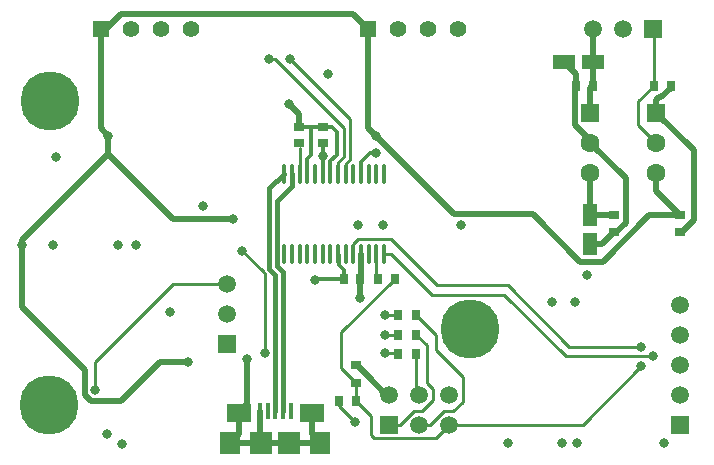
<source format=gbl>
G04 Layer_Physical_Order=4*
G04 Layer_Color=65280*
%FSLAX24Y24*%
%MOIN*%
G70*
G01*
G75*
%ADD10R,0.0354X0.0315*%
%ADD12R,0.0354X0.0276*%
%ADD14R,0.0630X0.0630*%
%ADD22R,0.0315X0.0354*%
%ADD28R,0.0276X0.0354*%
%ADD29C,0.0100*%
%ADD30C,0.0200*%
%ADD31C,0.0120*%
%ADD32R,0.0551X0.0551*%
%ADD33C,0.0551*%
%ADD34C,0.0591*%
%ADD35R,0.0591X0.0591*%
%ADD36C,0.1969*%
%ADD37R,0.0591X0.0591*%
%ADD38C,0.0630*%
%ADD39R,0.0630X0.0630*%
%ADD40C,0.0630*%
%ADD41C,0.0320*%
%ADD49R,0.0768X0.0512*%
%ADD50R,0.0512X0.0768*%
%ADD51O,0.0138X0.0709*%
%ADD52R,0.0748X0.0748*%
%ADD53R,0.0709X0.0748*%
%ADD54R,0.0157X0.0532*%
%ADD55R,0.0827X0.0630*%
%ADD56C,0.0150*%
D10*
X24100Y42226D02*
D03*
Y41674D02*
D03*
X36800Y39276D02*
D03*
Y38724D02*
D03*
X34600Y39276D02*
D03*
Y38724D02*
D03*
X24900Y41674D02*
D03*
Y42226D02*
D03*
D12*
X26000Y33705D02*
D03*
Y34295D02*
D03*
D14*
X33800Y42700D02*
D03*
D22*
X26724Y37150D02*
D03*
X27276D02*
D03*
X25574Y37150D02*
D03*
X26126D02*
D03*
X35924Y43600D02*
D03*
X36476D02*
D03*
X25976Y33100D02*
D03*
X25424D02*
D03*
X33876Y43600D02*
D03*
X33324D02*
D03*
D28*
X27405Y34650D02*
D03*
X27995D02*
D03*
X27405Y35300D02*
D03*
X27995D02*
D03*
X27405Y35950D02*
D03*
X27995D02*
D03*
D29*
X19900Y37000D02*
X21700D01*
X17300Y34400D02*
X19900Y37000D01*
X17300Y33450D02*
Y34400D01*
X23100Y44500D02*
X23300D01*
X22205Y38095D02*
X22877Y37423D01*
Y37407D02*
Y37423D01*
Y37407D02*
X22950Y37334D01*
Y34700D02*
Y37334D01*
X33100Y34900D02*
X35500D01*
X31050Y36950D02*
X33100Y34900D01*
X28700Y36950D02*
X31050D01*
X27155Y38495D02*
X28700Y36950D01*
X26064Y38495D02*
X27155D01*
X27159Y37991D02*
X28516Y36634D01*
X26922Y37991D02*
X27159D01*
X30934Y36634D02*
X32978Y34590D01*
X28516Y36634D02*
X30934D01*
X25905Y38336D02*
X26064Y38495D01*
X24107Y40668D02*
Y41517D01*
X26667Y37209D02*
Y37991D01*
Y37209D02*
X26700Y37176D01*
X25424Y32926D02*
Y33100D01*
X25976D02*
X26500Y32576D01*
Y31950D02*
Y32576D01*
Y31950D02*
X26595Y31855D01*
X28655D01*
X29100Y32300D01*
X25500Y34205D02*
X26000Y33705D01*
X35400Y42300D02*
X36000Y41700D01*
X35400Y42300D02*
Y43076D01*
X35924Y43600D01*
Y44393D01*
X35918Y44400D02*
X35924Y44393D01*
X35918Y44400D02*
Y45482D01*
X35900Y45500D02*
X35918Y45482D01*
X33543Y32300D02*
X35500Y34257D01*
X29100Y32300D02*
X33543D01*
X27995Y35950D02*
X28666Y35280D01*
Y34784D02*
Y35280D01*
X29545Y33070D02*
Y33905D01*
X29220Y32745D02*
X29545Y33070D01*
X28916Y32745D02*
X29220D01*
X28470Y32300D02*
X28916Y32745D01*
X28100Y32300D02*
X28470D01*
X28666Y34784D02*
X29545Y33905D01*
X26950Y35950D02*
X27405D01*
X26950Y35950D02*
X26950Y35950D01*
X25500Y35374D02*
X27276Y37150D01*
X25500Y34205D02*
Y35374D01*
X35890Y34590D02*
X35900Y34600D01*
X32978Y34590D02*
X35890D01*
X25899Y37991D02*
X25905Y37985D01*
Y38336D01*
X25424Y32926D02*
X25950Y32400D01*
X25976Y33100D02*
Y33680D01*
X26000Y33705D01*
X25600Y41247D02*
Y42200D01*
X25800Y41164D02*
Y42500D01*
X23800Y44500D02*
X25800Y42500D01*
X23300Y44500D02*
X25600Y42200D01*
X25387Y40668D02*
Y41034D01*
X25600Y41247D01*
X25640Y40668D02*
Y41004D01*
X25800Y41164D01*
X26950Y35300D02*
X27405D01*
X27405Y35300D01*
X26950Y34700D02*
X27355D01*
X27405Y34650D01*
X27995Y33405D02*
Y34650D01*
Y33405D02*
X28100Y33300D01*
X27995Y35300D02*
X28345Y34950D01*
Y33684D02*
Y34950D01*
Y33684D02*
X28545Y33484D01*
Y33116D02*
Y33484D01*
X28175Y32745D02*
X28545Y33116D01*
X27916Y32745D02*
X28175D01*
X27470Y32300D02*
X27916Y32745D01*
X27100Y32300D02*
X27470D01*
D30*
X19454Y34400D02*
X20400D01*
X18144Y33090D02*
X19454Y34400D01*
X23750Y43000D02*
X24100Y42650D01*
Y42226D02*
Y42650D01*
X22080Y32704D02*
X22350Y32974D01*
Y34495D01*
X34666Y38724D02*
X34977Y39035D01*
X34600Y38724D02*
X34666D01*
X14850Y36215D02*
X16940Y34125D01*
X14850Y38300D02*
Y38450D01*
X17726Y41326D01*
X14850Y36215D02*
Y38300D01*
X26155Y37180D02*
Y37991D01*
X26150Y37176D02*
X26155Y37180D01*
X26000Y34295D02*
X26007D01*
X26377Y33925D01*
Y33918D02*
Y33925D01*
Y33918D02*
X26995Y33300D01*
X27100D01*
X33800Y42700D02*
Y43524D01*
X33876Y43600D01*
Y44393D01*
X33882Y44400D01*
Y45482D01*
X33900Y45500D01*
X33324Y43600D02*
Y43993D01*
X32918Y44400D02*
X33324Y43993D01*
X33800Y39282D02*
Y40700D01*
X33800Y39282D02*
X33800Y39282D01*
X33800Y39282D02*
X34593D01*
X34600Y39276D01*
X36800Y38724D02*
X36866D01*
X37250Y39108D01*
Y41450D01*
X36000Y42700D02*
X37250Y41450D01*
X33800Y38318D02*
X34193D01*
X34600Y38724D01*
X34977Y39035D02*
Y40523D01*
X33800Y41700D02*
X34977Y40523D01*
X36000Y42700D02*
Y43124D01*
X36098Y43223D01*
X36165D01*
X36476Y43534D01*
Y43600D01*
X33800Y41700D02*
Y41787D01*
X33285Y42302D02*
X33800Y41787D01*
X33285Y43600D02*
X33324D01*
X33285Y42302D02*
Y43600D01*
X22788Y31739D02*
Y32753D01*
Y31739D02*
X22828Y31700D01*
X21804D02*
X22828D01*
X21804D02*
X22080Y31976D01*
Y32704D01*
X22828Y31700D02*
X23772D01*
X24796D01*
X24520Y31976D02*
X24796Y31700D01*
X24520Y31976D02*
Y32704D01*
X17151Y33090D02*
X18144D01*
X16940Y33301D02*
X17151Y33090D01*
X16940Y33301D02*
Y34125D01*
X26126Y36526D02*
Y37150D01*
X17726Y41326D02*
Y41925D01*
Y41326D02*
X19901Y39150D01*
X21900D01*
X17476Y42175D02*
Y45500D01*
Y42175D02*
X17726Y41925D01*
X26400Y42175D02*
Y45500D01*
Y42175D02*
X26650Y41925D01*
X36000Y40076D02*
Y40700D01*
Y40076D02*
X36800Y39276D01*
X35769D02*
X36800D01*
X34227Y37734D02*
X35769Y39276D01*
X33461Y37734D02*
X34227D01*
X31885Y39310D02*
X33461Y37734D01*
X29265Y39310D02*
X31885D01*
X26650Y41925D02*
X29265Y39310D01*
X17476Y45500D02*
X17650D01*
X18150Y46000D01*
X25900D01*
X26400Y45500D01*
D31*
X24500Y42226D02*
X24900D01*
X24100D02*
X24500D01*
X24900D02*
X24900Y42226D01*
X24350Y40681D02*
X24363Y40668D01*
X24350Y40681D02*
Y41150D01*
X24624Y37124D02*
X24650Y37150D01*
X25574D01*
X25387Y37991D02*
X25414Y37964D01*
Y37610D02*
Y37964D01*
Y37610D02*
X25574Y37450D01*
Y37150D02*
Y37450D01*
X26450Y41350D02*
X26650D01*
X26155Y41055D02*
X26450Y41350D01*
X26155Y40668D02*
Y41055D01*
X24875Y40668D02*
Y41524D01*
X24900Y42226D02*
X25174D01*
X25350Y42050D01*
X24350Y41150D02*
X24480Y41280D01*
Y42206D02*
X24500Y42226D01*
X24480Y41280D02*
Y42206D01*
X25350Y41294D02*
Y42050D01*
X25131Y41075D02*
X25350Y41294D01*
X25131Y40668D02*
Y41075D01*
D32*
X17476Y45500D02*
D03*
X26400Y45500D02*
D03*
D33*
X18476Y45500D02*
D03*
X19476D02*
D03*
X20476D02*
D03*
X27400Y45500D02*
D03*
X28400D02*
D03*
X29400D02*
D03*
D34*
X33900D02*
D03*
X34900D02*
D03*
X36800Y33300D02*
D03*
Y34300D02*
D03*
Y35300D02*
D03*
Y36300D02*
D03*
X21700Y37000D02*
D03*
Y36000D02*
D03*
X28100Y32300D02*
D03*
Y33300D02*
D03*
X29100Y32300D02*
D03*
Y33300D02*
D03*
X27100D02*
D03*
D35*
X35900Y45500D02*
D03*
X27100Y32300D02*
D03*
D36*
X29800Y35500D02*
D03*
X15800Y43100D02*
D03*
X15748Y32948D02*
D03*
D37*
X36800Y32300D02*
D03*
X21700Y35000D02*
D03*
D38*
X33800Y41700D02*
D03*
Y40700D02*
D03*
D39*
X36000Y42700D02*
D03*
D40*
Y41700D02*
D03*
Y40700D02*
D03*
D41*
X20400Y34400D02*
D03*
X23750Y43000D02*
D03*
X19800Y36050D02*
D03*
X24624Y37124D02*
D03*
X26650Y41350D02*
D03*
X33350Y31700D02*
D03*
X22350Y34495D02*
D03*
X22950Y34700D02*
D03*
X29500Y38950D02*
D03*
X26900Y38949D02*
D03*
X14850Y38300D02*
D03*
X15900D02*
D03*
X18650Y38282D02*
D03*
X18050Y38300D02*
D03*
X26050Y38950D02*
D03*
X32850Y31700D02*
D03*
X17700Y32000D02*
D03*
X31050Y31700D02*
D03*
X36250Y31700D02*
D03*
X20900Y39600D02*
D03*
X15974Y41224D02*
D03*
X33700Y37300D02*
D03*
X33300Y36376D02*
D03*
X32528Y36400D02*
D03*
X25050Y44000D02*
D03*
X23100Y44500D02*
D03*
X23800D02*
D03*
X35500Y34257D02*
D03*
X17300Y33450D02*
D03*
X26950Y35950D02*
D03*
X26950Y35300D02*
D03*
X26950Y34700D02*
D03*
X22205Y38095D02*
D03*
X35500Y34900D02*
D03*
X35900Y34600D02*
D03*
X25950Y32400D02*
D03*
X26650Y41925D02*
D03*
X17726Y41925D02*
D03*
X26126Y36526D02*
D03*
X21900Y39150D02*
D03*
X18200Y31640D02*
D03*
X24875Y41250D02*
D03*
D49*
X33882Y44400D02*
D03*
X32918D02*
D03*
D50*
X33800Y39282D02*
D03*
Y38318D02*
D03*
D51*
X23596Y40668D02*
D03*
X23852D02*
D03*
X24107D02*
D03*
X24363D02*
D03*
X24619D02*
D03*
X24875D02*
D03*
X25131D02*
D03*
X25387D02*
D03*
X25643D02*
D03*
X25899D02*
D03*
X26155D02*
D03*
X26411D02*
D03*
X26667D02*
D03*
X26922D02*
D03*
X23596Y37991D02*
D03*
X23852D02*
D03*
X24107D02*
D03*
X24363D02*
D03*
X24619D02*
D03*
X24875D02*
D03*
X25131D02*
D03*
X25387D02*
D03*
X25643D02*
D03*
X25899D02*
D03*
X26155D02*
D03*
X26411D02*
D03*
X26667D02*
D03*
X26922D02*
D03*
D52*
X22828Y31700D02*
D03*
X23772D02*
D03*
D53*
X21804D02*
D03*
X24796D02*
D03*
D54*
X23300Y32753D02*
D03*
X23556D02*
D03*
X23812D02*
D03*
X23044D02*
D03*
X22788D02*
D03*
D55*
X24520Y32704D02*
D03*
X22080D02*
D03*
D56*
X23102Y37501D02*
X23300Y37302D01*
X23102Y37501D02*
Y40180D01*
X23352Y37604D02*
Y39750D01*
Y37604D02*
X23554Y37402D01*
X23102Y40180D02*
X23590Y40668D01*
X23852Y40250D02*
Y40668D01*
X23352Y39750D02*
X23852Y40250D01*
X23554Y32755D02*
X23556Y32753D01*
X23554Y32755D02*
Y37402D01*
X23300Y32753D02*
Y37302D01*
M02*

</source>
